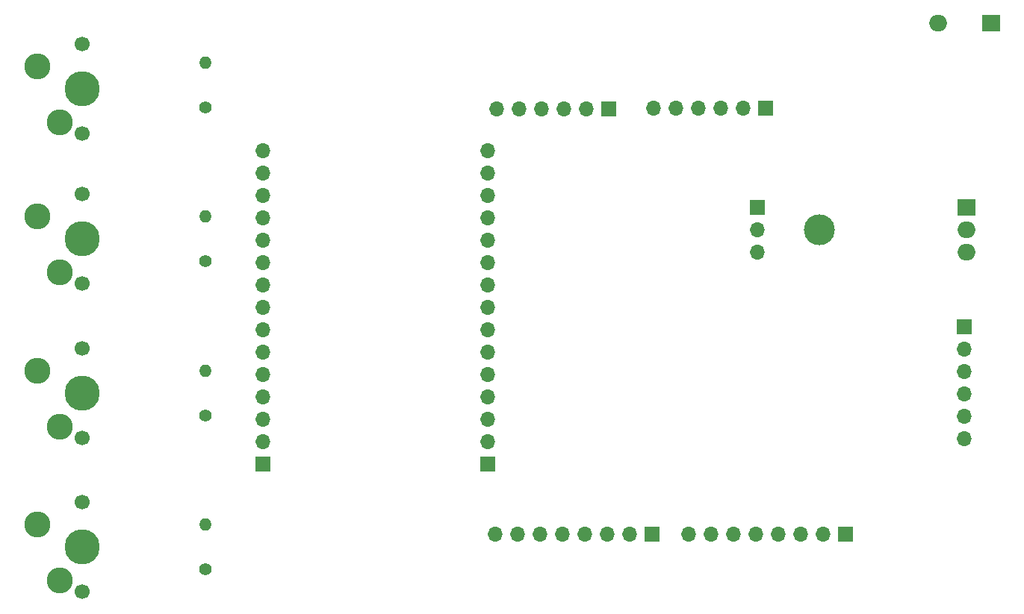
<source format=gbr>
%TF.GenerationSoftware,KiCad,Pcbnew,9.0.0*%
%TF.CreationDate,2025-03-21T00:34:27+09:00*%
%TF.ProjectId,osuino_v1,6f737569-6e6f-45f7-9631-2e6b69636164,rev?*%
%TF.SameCoordinates,Original*%
%TF.FileFunction,Soldermask,Top*%
%TF.FilePolarity,Negative*%
%FSLAX46Y46*%
G04 Gerber Fmt 4.6, Leading zero omitted, Abs format (unit mm)*
G04 Created by KiCad (PCBNEW 9.0.0) date 2025-03-21 00:34:27*
%MOMM*%
%LPD*%
G01*
G04 APERTURE LIST*
%ADD10C,3.500000*%
%ADD11R,2.000000X1.905000*%
%ADD12O,2.000000X1.905000*%
%ADD13C,1.400000*%
%ADD14O,1.400000X1.400000*%
%ADD15R,1.700000X1.700000*%
%ADD16O,1.700000X1.700000*%
%ADD17C,1.700000*%
%ADD18C,2.950000*%
%ADD19C,3.980180*%
G04 APERTURE END LIST*
D10*
%TO.C,U1*%
X182570000Y-88500000D03*
D11*
X199230000Y-85960000D03*
D12*
X199230000Y-88500000D03*
X199230000Y-91040000D03*
%TD*%
D13*
%TO.C,R2*%
X113000000Y-92080000D03*
D14*
X113000000Y-87000000D03*
%TD*%
D12*
%TO.C,*%
X196000000Y-65000000D03*
%TD*%
D15*
%TO.C,J8*%
X199000000Y-99460000D03*
D16*
X199000000Y-102000000D03*
X199000000Y-104540000D03*
X199000000Y-107080000D03*
X199000000Y-109620000D03*
X199000000Y-112160000D03*
%TD*%
D15*
%TO.C,J3*%
X176490000Y-74700000D03*
D16*
X173950000Y-74700000D03*
X171410000Y-74700000D03*
X168870000Y-74700000D03*
X166330000Y-74700000D03*
X163790000Y-74700000D03*
%TD*%
D15*
%TO.C,J4*%
X158690000Y-74760000D03*
D16*
X156150000Y-74760000D03*
X153610000Y-74760000D03*
X151070000Y-74760000D03*
X148530000Y-74760000D03*
X145990000Y-74760000D03*
%TD*%
D13*
%TO.C,R3*%
X113000000Y-109540000D03*
D14*
X113000000Y-104460000D03*
%TD*%
D13*
%TO.C,R4*%
X113000000Y-127040000D03*
D14*
X113000000Y-121960000D03*
%TD*%
D15*
%TO.C,J1*%
X185510000Y-123060000D03*
D16*
X182970000Y-123060000D03*
X180430000Y-123060000D03*
X177890000Y-123060000D03*
X175350000Y-123060000D03*
X172810000Y-123060000D03*
X170270000Y-123060000D03*
X167730000Y-123060000D03*
%TD*%
D11*
%TO.C,*%
X202000000Y-65000000D03*
%TD*%
D15*
%TO.C,J5*%
X145000000Y-115060000D03*
D16*
X145000000Y-112520000D03*
X145000000Y-109980000D03*
X145000000Y-107440000D03*
X145000000Y-104900000D03*
X145000000Y-102360000D03*
X145000000Y-99820000D03*
X145000000Y-97280000D03*
X145000000Y-94740000D03*
X145000000Y-92200000D03*
X145000000Y-89660000D03*
X145000000Y-87120000D03*
X145000000Y-84580000D03*
X145000000Y-82040000D03*
X145000000Y-79500000D03*
%TD*%
D13*
%TO.C,R1*%
X113000000Y-74580000D03*
D14*
X113000000Y-69500000D03*
%TD*%
D15*
%TO.C,J7*%
X175500000Y-85920000D03*
D16*
X175500000Y-88460000D03*
X175500000Y-91000000D03*
%TD*%
D15*
%TO.C,J6*%
X119500000Y-115060000D03*
D16*
X119500000Y-112520000D03*
X119500000Y-109980000D03*
X119500000Y-107440000D03*
X119500000Y-104900000D03*
X119500000Y-102360000D03*
X119500000Y-99820000D03*
X119500000Y-97280000D03*
X119500000Y-94740000D03*
X119500000Y-92200000D03*
X119500000Y-89660000D03*
X119500000Y-87120000D03*
X119500000Y-84580000D03*
X119500000Y-82040000D03*
X119500000Y-79500000D03*
%TD*%
D15*
%TO.C,J2*%
X163610000Y-123070000D03*
D16*
X161070000Y-123070000D03*
X158530000Y-123070000D03*
X155990000Y-123070000D03*
X153450000Y-123070000D03*
X150910000Y-123070000D03*
X148370000Y-123070000D03*
X145830000Y-123070000D03*
%TD*%
D17*
%TO.C,SW2*%
X99000000Y-84420000D03*
D18*
X93920000Y-86960000D03*
D19*
X99000000Y-89500000D03*
D18*
X96460000Y-93310000D03*
D17*
X99000000Y-94580000D03*
%TD*%
%TO.C,SW3*%
X99000000Y-101920000D03*
D18*
X93920000Y-104460000D03*
D19*
X99000000Y-107000000D03*
D18*
X96460000Y-110810000D03*
D17*
X99000000Y-112080000D03*
%TD*%
%TO.C,SW4*%
X99000000Y-119420000D03*
D18*
X93920000Y-121960000D03*
D19*
X99000000Y-124500000D03*
D18*
X96460000Y-128310000D03*
D17*
X99000000Y-129580000D03*
%TD*%
%TO.C,SW1*%
X99000000Y-67420000D03*
D18*
X93920000Y-69960000D03*
D19*
X99000000Y-72500000D03*
D18*
X96460000Y-76310000D03*
D17*
X99000000Y-77580000D03*
%TD*%
M02*

</source>
